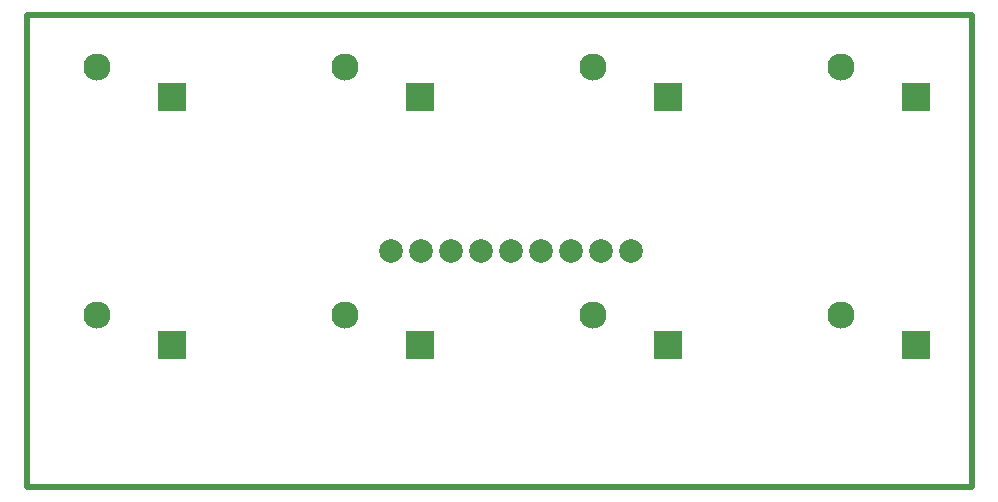
<source format=gbl>
%FSLAX33Y33*%
%MOMM*%
%AMRect-W2300000-H2300000-RO1.000*
21,1,2.3,2.3,0.,0.,180*%
%ADD10C,0.508*%
%ADD11C,2.3*%
%ADD12C,0.08*%
%ADD13Rect-W2300000-H2300000-RO1.000*%
%ADD14C,2.*%
D10*
%LNpath-3*%
G01*
X0Y0D02*
X80000Y0D01*
X80000Y-40000*
X0Y-40000*
X0Y0*
%LNbottom copper_traces*%
%LNbottom copper component 118461a693938141*%
D11*
X68960Y-4420D03*
D12*
X71500Y-9500D03*
D13*
X75310Y-6960D03*
%LNbottom copper component b7764440c1067c91*%
D11*
X47960Y-25420D03*
D12*
X50500Y-30500D03*
D13*
X54310Y-27960D03*
%LNbottom copper component ed0e58f81314bdfd*%
D11*
X5960Y-4420D03*
D12*
X8500Y-9500D03*
D13*
X12310Y-6960D03*
%LNbottom copper component b3c71203d1b20706*%
D11*
X47960Y-4420D03*
D12*
X50500Y-9500D03*
D13*
X54310Y-6960D03*
%LNbottom copper component a3b9f0071d7600ca*%
D14*
X30840Y-20000D03*
X33380Y-20000D03*
X35920Y-20000D03*
X38460Y-20000D03*
X41000Y-20000D03*
X43540Y-20000D03*
X46080Y-20000D03*
X48620Y-20000D03*
X51160Y-20000D03*
%LNbottom copper component 0ae264cf7c3ad07f*%
D11*
X68960Y-25420D03*
D12*
X71500Y-30500D03*
D13*
X75310Y-27960D03*
%LNbottom copper component 06c8c79044f291b9*%
D11*
X26960Y-25420D03*
D12*
X29500Y-30500D03*
D13*
X33310Y-27960D03*
%LNbottom copper component c5ff65cb899c6344*%
D11*
X5960Y-25420D03*
D12*
X8500Y-30500D03*
D13*
X12310Y-27960D03*
%LNbottom copper component 7c0abfb9efbc0124*%
D11*
X26960Y-4420D03*
D12*
X29500Y-9500D03*
D13*
X33310Y-6960D03*
M02*
</source>
